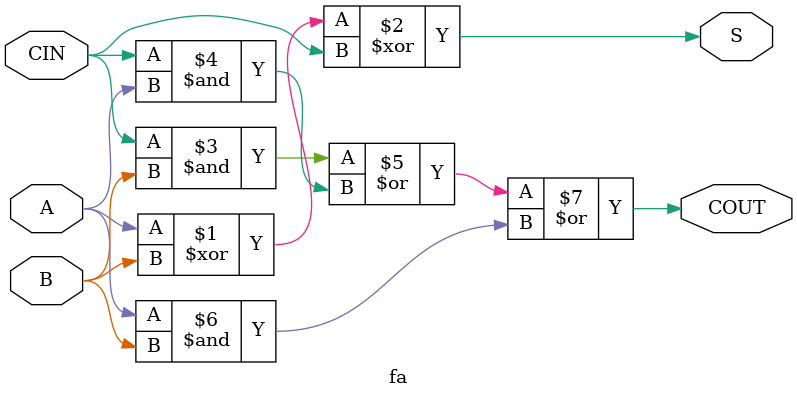
<source format=v>
`timescale 1ns / 1ps


module fa(A,B,CIN,S,COUT);
    input A;
    input B;
    input CIN;
    output S;
    output COUT;
    assign #3 S = A^B^CIN;
       assign #2 COUT = (CIN&B) | (CIN&A) |(A&B);
endmodule

</source>
